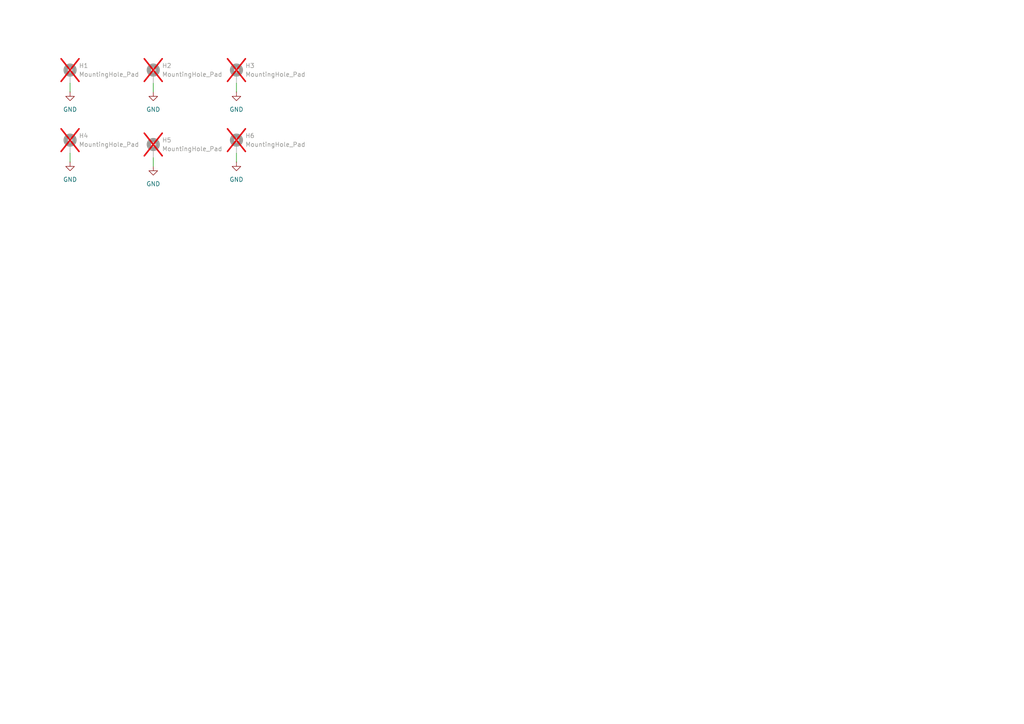
<source format=kicad_sch>
(kicad_sch (version 20231120) (generator "eeschema") (generator_version "8.0")
  (paper "A4")
  (lib_symbols
    (symbol "Mechanical:MountingHole_Pad" (pin_numbers hide) (pin_names (offset 1.016) hide) (exclude_from_sim yes) (in_bom no)
      (property "Reference" "H" (at 0 6.35 0))
      (property "Value" "MountingHole_Pad" (at 0 4.445 0))
      (symbol "MountingHole_Pad_0_1"
        (circle (center 0 1.27) (radius 1.27) (stroke (width 1.27)))
      )
      (symbol "MountingHole_Pad_1_1"
        (pin input line (at 0 -2.54 90) (length 2.54) (name "1") (number "1"))
      )
    )
    (symbol "power:GND" (power) (pin_numbers hide) (pin_names (offset 0) hide)
      (property "Value" "GND" (at 0 -3.81 0))
      (symbol "GND_0_1"
        (polyline (pts (xy 0 0) (xy 0 -1.27) (xy 1.27 -1.27) (xy 0 -2.54) (xy -1.27 -1.27) (xy 0 -1.27)))
      )
      (symbol "GND_1_1"
        (pin power_in line (at 0 0 270) (length 0) (name "~") (number "1"))
      )
    )
  )
  (wire (pts (xy 68.58 44.45) (xy 68.58 46.99)))
  (wire (pts (xy 44.45 45.72) (xy 44.45 48.26)))
  (wire (pts (xy 20.32 44.45) (xy 20.32 46.99)))
  (wire (pts (xy 20.32 24.13) (xy 20.32 26.67)))
  (wire (pts (xy 68.58 24.13) (xy 68.58 26.67)))
  (wire (pts (xy 44.45 24.13) (xy 44.45 26.67)))
  (symbol (lib_id "Mechanical:MountingHole_Pad") (at 20.32 41.91 0) (unit 1) (exclude_from_sim yes) (in_bom no) (dnp yes)
    (property "Reference" "H4" (at 22.86 39.3699 0) (effects (justify left)))
    (property "Value" "MountingHole_Pad" (at 22.86 41.9099 0) (effects (justify left)))
    (property "Footprint" "MountingHole:MountingHole_2.7mm_M2.5_Pad_TopBottom" (effects (hide yes)))
    (property "Description" "Mounting Hole with connection" (effects (hide yes)))
  )
  (symbol (lib_id "power:GND") (at 68.58 26.67 0) (unit 1)
    (property "Reference" "#PWR65" (effects (hide yes)))
    (property "Value" "GND" (at 68.58 31.75 0))
    (property "Description" "Power symbol creates a global label with name \"GND\" , ground" (effects (hide yes)))
  )
  (symbol (lib_id "power:GND") (at 44.45 48.26 0) (unit 1)
    (property "Reference" "#PWR67" (effects (hide yes)))
    (property "Value" "GND" (at 44.45 53.34 0))
    (property "Description" "Power symbol creates a global label with name \"GND\" , ground" (effects (hide yes)))
  )
  (symbol (lib_id "power:GND") (at 44.45 26.67 0) (unit 1)
    (property "Reference" "#PWR64" (effects (hide yes)))
    (property "Value" "GND" (at 44.45 31.75 0))
    (property "Description" "Power symbol creates a global label with name \"GND\" , ground" (effects (hide yes)))
  )
  (symbol (lib_id "Mechanical:MountingHole_Pad") (at 68.58 21.59 0) (unit 1) (exclude_from_sim yes) (in_bom no) (dnp yes)
    (property "Reference" "H3" (at 71.12 19.0499 0) (effects (justify left)))
    (property "Value" "MountingHole_Pad" (at 71.12 21.5899 0) (effects (justify left)))
    (property "Footprint" "MountingHole:MountingHole_2.7mm_M2.5_Pad_TopBottom" (effects (hide yes)))
    (property "Description" "Mounting Hole with connection" (effects (hide yes)))
  )
  (symbol (lib_id "power:GND") (at 20.32 26.67 0) (unit 1)
    (property "Reference" "#PWR63" (effects (hide yes)))
    (property "Value" "GND" (at 20.32 31.75 0))
    (property "Description" "Power symbol creates a global label with name \"GND\" , ground" (effects (hide yes)))
  )
  (symbol (lib_id "Mechanical:MountingHole_Pad") (at 20.32 21.59 0) (unit 1) (exclude_from_sim yes) (in_bom no) (dnp yes)
    (property "Reference" "H1" (at 22.86 19.0499 0) (effects (justify left)))
    (property "Value" "MountingHole_Pad" (at 22.86 21.5899 0) (effects (justify left)))
    (property "Footprint" "MountingHole:MountingHole_2.7mm_M2.5_Pad_TopBottom" (effects (hide yes)))
    (property "Description" "Mounting Hole with connection" (effects (hide yes)))
  )
  (symbol (lib_id "power:GND") (at 20.32 46.99 0) (unit 1)
    (property "Reference" "#PWR66" (effects (hide yes)))
    (property "Value" "GND" (at 20.32 52.07 0))
    (property "Description" "Power symbol creates a global label with name \"GND\" , ground" (effects (hide yes)))
  )
  (symbol (lib_id "power:GND") (at 68.58 46.99 0) (unit 1)
    (property "Reference" "#PWR68" (effects (hide yes)))
    (property "Value" "GND" (at 68.58 52.07 0))
    (property "Description" "Power symbol creates a global label with name \"GND\" , ground" (effects (hide yes)))
  )
  (symbol (lib_id "Mechanical:MountingHole_Pad") (at 44.45 43.18 0) (unit 1) (exclude_from_sim yes) (in_bom no) (dnp yes)
    (property "Reference" "H5" (at 46.99 40.6399 0) (effects (justify left)))
    (property "Value" "MountingHole_Pad" (at 46.99 43.1799 0) (effects (justify left)))
    (property "Footprint" "MountingHole:MountingHole_2.7mm_M2.5_Pad_TopBottom" (effects (hide yes)))
    (property "Description" "Mounting Hole with connection" (effects (hide yes)))
  )
  (symbol (lib_id "Mechanical:MountingHole_Pad") (at 44.45 21.59 0) (unit 1) (exclude_from_sim yes) (in_bom no) (dnp yes)
    (property "Reference" "H2" (at 46.99 19.0499 0) (effects (justify left)))
    (property "Value" "MountingHole_Pad" (at 46.99 21.5899 0) (effects (justify left)))
    (property "Footprint" "MountingHole:MountingHole_2.7mm_M2.5_Pad_TopBottom" (effects (hide yes)))
    (property "Description" "Mounting Hole with connection" (effects (hide yes)))
  )
  (symbol (lib_id "Mechanical:MountingHole_Pad") (at 68.58 41.91 0) (unit 1) (exclude_from_sim yes) (in_bom no) (dnp yes)
    (property "Reference" "H6" (at 71.12 39.3699 0) (effects (justify left)))
    (property "Value" "MountingHole_Pad" (at 71.12 41.9099 0) (effects (justify left)))
    (property "Footprint" "MountingHole:MountingHole_2.7mm_M2.5_Pad_TopBottom" (effects (hide yes)))
    (property "Description" "Mounting Hole with connection" (effects (hide yes)))
  )
)
</source>
